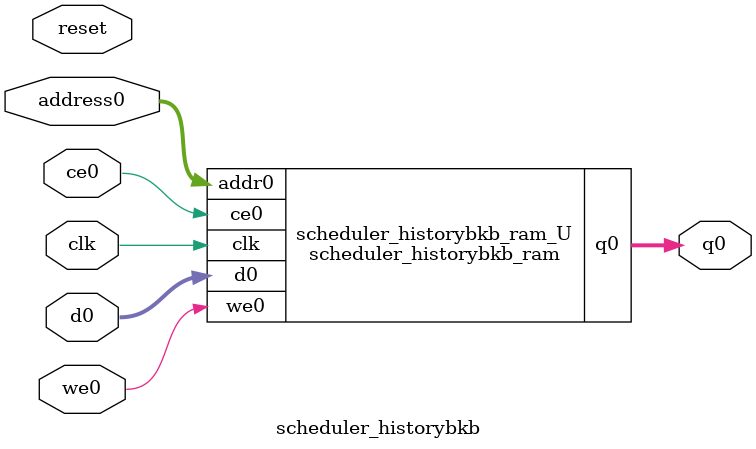
<source format=v>

`timescale 1 ns / 1 ps
module scheduler_historybkb_ram (addr0, ce0, d0, we0, q0,  clk);

parameter DWIDTH = 32;
parameter AWIDTH = 10;
parameter MEM_SIZE = 1024;

input[AWIDTH-1:0] addr0;
input ce0;
input[DWIDTH-1:0] d0;
input we0;
output reg[DWIDTH-1:0] q0;
input clk;

(* ram_style = "block" *)reg [DWIDTH-1:0] ram[0:MEM_SIZE-1];




always @(posedge clk)  
begin 
    if (ce0) 
    begin
        if (we0) 
        begin 
            ram[addr0] <= d0; 
            q0 <= d0;
        end 
        else 
            q0 <= ram[addr0];
    end
end


endmodule


`timescale 1 ns / 1 ps
module scheduler_historybkb(
    reset,
    clk,
    address0,
    ce0,
    we0,
    d0,
    q0);

parameter DataWidth = 32'd32;
parameter AddressRange = 32'd1024;
parameter AddressWidth = 32'd10;
input reset;
input clk;
input[AddressWidth - 1:0] address0;
input ce0;
input we0;
input[DataWidth - 1:0] d0;
output[DataWidth - 1:0] q0;



scheduler_historybkb_ram scheduler_historybkb_ram_U(
    .clk( clk ),
    .addr0( address0 ),
    .ce0( ce0 ),
    .d0( d0 ),
    .we0( we0 ),
    .q0( q0 ));

endmodule


</source>
